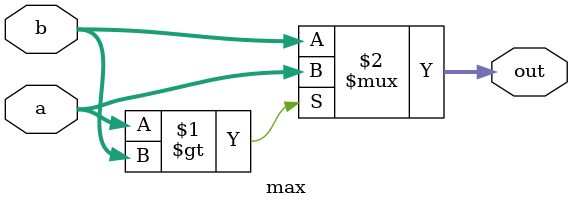
<source format=v>
module max #(parameter DW = 16
	     )
   (
    //Inputs
    input [DW-1:0]  a,
    input [DW-1:0]  b,
    //Outputs
    output [DW-1:0] out
    );

   assign out = (a > b) ? a : b;

endmodule

</source>
